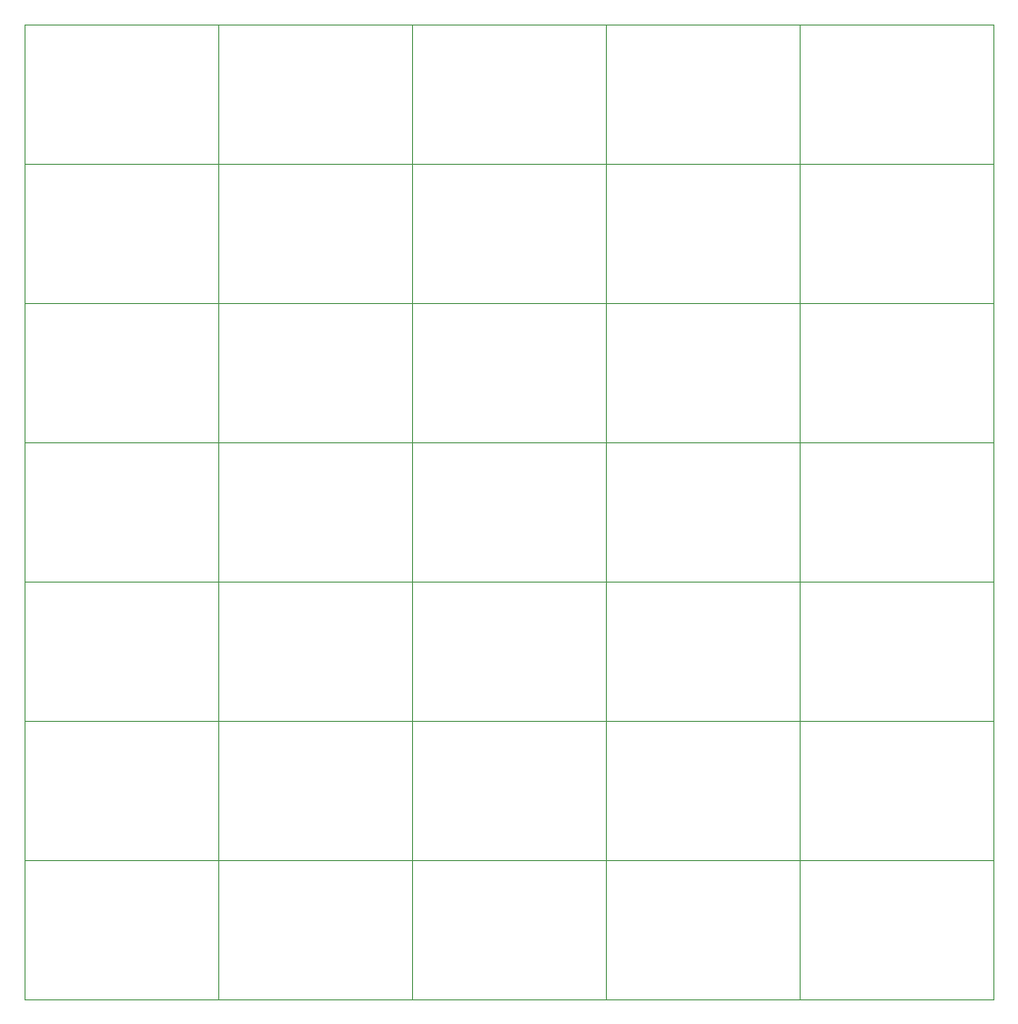
<source format=gbr>
%TF.GenerationSoftware,KiCad,Pcbnew,(6.0.7)*%
%TF.CreationDate,2022-11-03T07:54:49+08:00*%
%TF.ProjectId,panelization,70616e65-6c69-47a6-9174-696f6e2e6b69,rev?*%
%TF.SameCoordinates,Original*%
%TF.FileFunction,Profile,NP*%
%FSLAX46Y46*%
G04 Gerber Fmt 4.6, Leading zero omitted, Abs format (unit mm)*
G04 Created by KiCad (PCBNEW (6.0.7)) date 2022-11-03 07:54:49*
%MOMM*%
%LPD*%
G01*
G04 APERTURE LIST*
%TA.AperFunction,Profile*%
%ADD10C,0.050000*%
%TD*%
G04 APERTURE END LIST*
D10*
X165608000Y-92202000D02*
X183642000Y-92202000D01*
X183642000Y-92202000D02*
X183642000Y-105156000D01*
X183642000Y-105156000D02*
X165608000Y-105156000D01*
X165608000Y-105156000D02*
X165608000Y-92202000D01*
X147574000Y-53340000D02*
X165608000Y-53340000D01*
X165608000Y-53340000D02*
X165608000Y-66294000D01*
X165608000Y-66294000D02*
X147574000Y-66294000D01*
X147574000Y-66294000D02*
X147574000Y-53340000D01*
X165608000Y-105156000D02*
X183642000Y-105156000D01*
X183642000Y-105156000D02*
X183642000Y-118110000D01*
X183642000Y-118110000D02*
X165608000Y-118110000D01*
X165608000Y-118110000D02*
X165608000Y-105156000D01*
X129540000Y-131064000D02*
X147574000Y-131064000D01*
X147574000Y-131064000D02*
X147574000Y-144018000D01*
X147574000Y-144018000D02*
X129540000Y-144018000D01*
X129540000Y-144018000D02*
X129540000Y-131064000D01*
X129540000Y-53340000D02*
X147574000Y-53340000D01*
X147574000Y-53340000D02*
X147574000Y-66294000D01*
X147574000Y-66294000D02*
X129540000Y-66294000D01*
X129540000Y-66294000D02*
X129540000Y-53340000D01*
X111506000Y-105156000D02*
X129540000Y-105156000D01*
X129540000Y-105156000D02*
X129540000Y-118110000D01*
X129540000Y-118110000D02*
X111506000Y-118110000D01*
X111506000Y-118110000D02*
X111506000Y-105156000D01*
X129540000Y-118110000D02*
X147574000Y-118110000D01*
X147574000Y-118110000D02*
X147574000Y-131064000D01*
X147574000Y-131064000D02*
X129540000Y-131064000D01*
X129540000Y-131064000D02*
X129540000Y-118110000D01*
X147574000Y-105156000D02*
X165608000Y-105156000D01*
X165608000Y-105156000D02*
X165608000Y-118110000D01*
X165608000Y-118110000D02*
X147574000Y-118110000D01*
X147574000Y-118110000D02*
X147574000Y-105156000D01*
X93472000Y-105156000D02*
X111506000Y-105156000D01*
X111506000Y-105156000D02*
X111506000Y-118110000D01*
X111506000Y-118110000D02*
X93472000Y-118110000D01*
X93472000Y-118110000D02*
X93472000Y-105156000D01*
X129540000Y-79248000D02*
X147574000Y-79248000D01*
X147574000Y-79248000D02*
X147574000Y-92202000D01*
X147574000Y-92202000D02*
X129540000Y-92202000D01*
X129540000Y-92202000D02*
X129540000Y-79248000D01*
X129540000Y-92202000D02*
X147574000Y-92202000D01*
X147574000Y-92202000D02*
X147574000Y-105156000D01*
X147574000Y-105156000D02*
X129540000Y-105156000D01*
X129540000Y-105156000D02*
X129540000Y-92202000D01*
X111506000Y-66294000D02*
X129540000Y-66294000D01*
X129540000Y-66294000D02*
X129540000Y-79248000D01*
X129540000Y-79248000D02*
X111506000Y-79248000D01*
X111506000Y-79248000D02*
X111506000Y-66294000D01*
X165608000Y-66294000D02*
X183642000Y-66294000D01*
X183642000Y-66294000D02*
X183642000Y-79248000D01*
X183642000Y-79248000D02*
X165608000Y-79248000D01*
X165608000Y-79248000D02*
X165608000Y-66294000D01*
X165608000Y-118110000D02*
X183642000Y-118110000D01*
X183642000Y-118110000D02*
X183642000Y-131064000D01*
X183642000Y-131064000D02*
X165608000Y-131064000D01*
X165608000Y-131064000D02*
X165608000Y-118110000D01*
X93472000Y-92202000D02*
X111506000Y-92202000D01*
X111506000Y-92202000D02*
X111506000Y-105156000D01*
X111506000Y-105156000D02*
X93472000Y-105156000D01*
X93472000Y-105156000D02*
X93472000Y-92202000D01*
X147574000Y-79248000D02*
X165608000Y-79248000D01*
X165608000Y-79248000D02*
X165608000Y-92202000D01*
X165608000Y-92202000D02*
X147574000Y-92202000D01*
X147574000Y-92202000D02*
X147574000Y-79248000D01*
X93472000Y-79248000D02*
X111506000Y-79248000D01*
X111506000Y-79248000D02*
X111506000Y-92202000D01*
X111506000Y-92202000D02*
X93472000Y-92202000D01*
X93472000Y-92202000D02*
X93472000Y-79248000D01*
X129540000Y-66294000D02*
X147574000Y-66294000D01*
X147574000Y-66294000D02*
X147574000Y-79248000D01*
X147574000Y-79248000D02*
X129540000Y-79248000D01*
X129540000Y-79248000D02*
X129540000Y-66294000D01*
X165608000Y-79248000D02*
X183642000Y-79248000D01*
X183642000Y-79248000D02*
X183642000Y-92202000D01*
X183642000Y-92202000D02*
X165608000Y-92202000D01*
X165608000Y-92202000D02*
X165608000Y-79248000D01*
X147574000Y-118110000D02*
X165608000Y-118110000D01*
X165608000Y-118110000D02*
X165608000Y-131064000D01*
X165608000Y-131064000D02*
X147574000Y-131064000D01*
X147574000Y-131064000D02*
X147574000Y-118110000D01*
X111506000Y-53340000D02*
X129540000Y-53340000D01*
X129540000Y-53340000D02*
X129540000Y-66294000D01*
X129540000Y-66294000D02*
X111506000Y-66294000D01*
X111506000Y-66294000D02*
X111506000Y-53340000D01*
X165608000Y-131064000D02*
X183642000Y-131064000D01*
X183642000Y-131064000D02*
X183642000Y-144018000D01*
X183642000Y-144018000D02*
X165608000Y-144018000D01*
X165608000Y-144018000D02*
X165608000Y-131064000D01*
X93472000Y-53340000D02*
X111506000Y-53340000D01*
X111506000Y-53340000D02*
X111506000Y-66294000D01*
X111506000Y-66294000D02*
X93472000Y-66294000D01*
X93472000Y-66294000D02*
X93472000Y-53340000D01*
X165608000Y-53340000D02*
X183642000Y-53340000D01*
X183642000Y-53340000D02*
X183642000Y-66294000D01*
X183642000Y-66294000D02*
X165608000Y-66294000D01*
X165608000Y-66294000D02*
X165608000Y-53340000D01*
X93472000Y-118110000D02*
X111506000Y-118110000D01*
X111506000Y-118110000D02*
X111506000Y-131064000D01*
X111506000Y-131064000D02*
X93472000Y-131064000D01*
X93472000Y-131064000D02*
X93472000Y-118110000D01*
X111506000Y-79248000D02*
X129540000Y-79248000D01*
X129540000Y-79248000D02*
X129540000Y-92202000D01*
X129540000Y-92202000D02*
X111506000Y-92202000D01*
X111506000Y-92202000D02*
X111506000Y-79248000D01*
X93472000Y-131064000D02*
X111506000Y-131064000D01*
X111506000Y-131064000D02*
X111506000Y-144018000D01*
X111506000Y-144018000D02*
X93472000Y-144018000D01*
X93472000Y-144018000D02*
X93472000Y-131064000D01*
X111506000Y-131064000D02*
X129540000Y-131064000D01*
X129540000Y-131064000D02*
X129540000Y-144018000D01*
X129540000Y-144018000D02*
X111506000Y-144018000D01*
X111506000Y-144018000D02*
X111506000Y-131064000D01*
X147574000Y-131064000D02*
X165608000Y-131064000D01*
X165608000Y-131064000D02*
X165608000Y-144018000D01*
X165608000Y-144018000D02*
X147574000Y-144018000D01*
X147574000Y-144018000D02*
X147574000Y-131064000D01*
X111506000Y-118110000D02*
X129540000Y-118110000D01*
X129540000Y-118110000D02*
X129540000Y-131064000D01*
X129540000Y-131064000D02*
X111506000Y-131064000D01*
X111506000Y-131064000D02*
X111506000Y-118110000D01*
X111506000Y-92202000D02*
X129540000Y-92202000D01*
X129540000Y-92202000D02*
X129540000Y-105156000D01*
X129540000Y-105156000D02*
X111506000Y-105156000D01*
X111506000Y-105156000D02*
X111506000Y-92202000D01*
X147574000Y-66294000D02*
X165608000Y-66294000D01*
X165608000Y-66294000D02*
X165608000Y-79248000D01*
X165608000Y-79248000D02*
X147574000Y-79248000D01*
X147574000Y-79248000D02*
X147574000Y-66294000D01*
X93472000Y-66294000D02*
X111506000Y-66294000D01*
X111506000Y-66294000D02*
X111506000Y-79248000D01*
X111506000Y-79248000D02*
X93472000Y-79248000D01*
X93472000Y-79248000D02*
X93472000Y-66294000D01*
X147574000Y-92202000D02*
X165608000Y-92202000D01*
X165608000Y-92202000D02*
X165608000Y-105156000D01*
X165608000Y-105156000D02*
X147574000Y-105156000D01*
X147574000Y-105156000D02*
X147574000Y-92202000D01*
X129540000Y-105156000D02*
X147574000Y-105156000D01*
X147574000Y-105156000D02*
X147574000Y-118110000D01*
X147574000Y-118110000D02*
X129540000Y-118110000D01*
X129540000Y-118110000D02*
X129540000Y-105156000D01*
M02*

</source>
